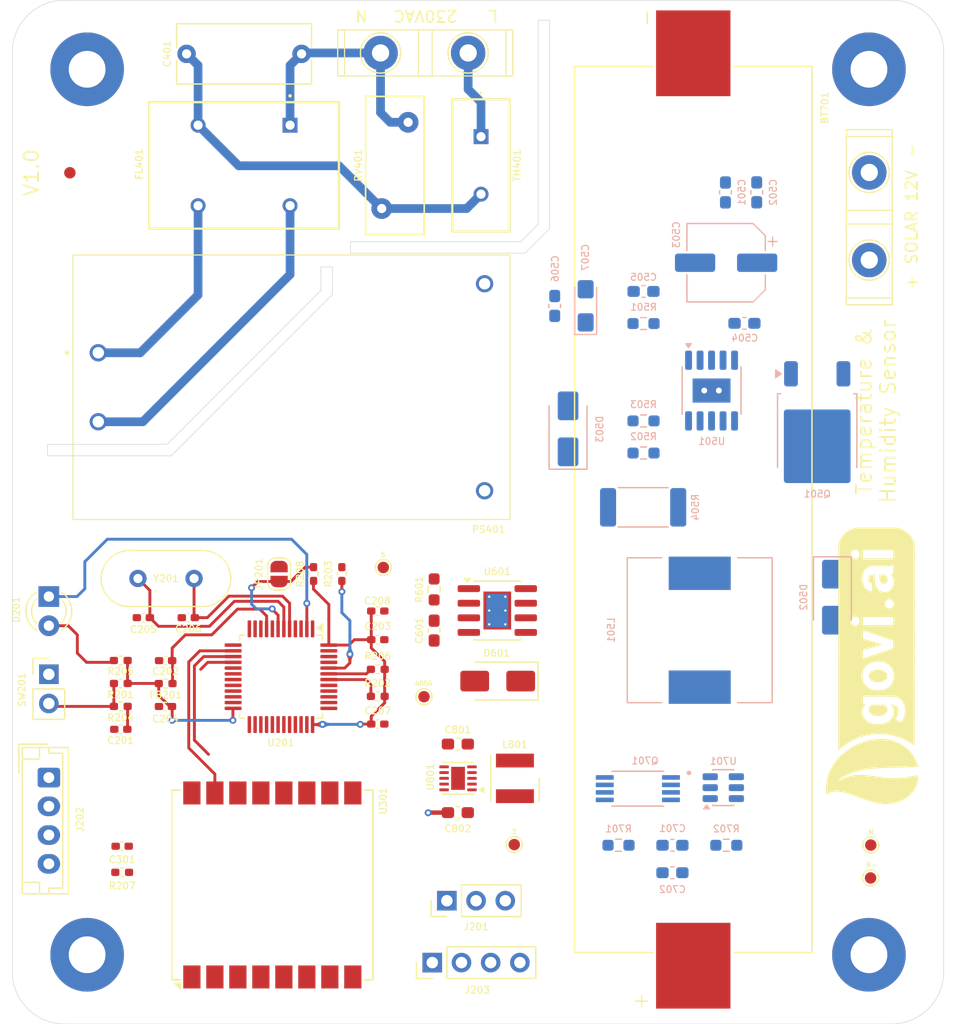
<source format=kicad_pcb>
(kicad_pcb (version 20241229) (generator "pcbnew") (generator_version "9.0")
  (layers (0 "F.Cu" signal) (2 "B.Cu" signal) (13 "F.Paste" user) (15 "B.Paste" user) (5 "F.SilkS" user "F.Silkscreen") (7 "B.SilkS" user "B.Silkscreen") (1 "F.Mask" user) (3 "B.Mask" user) (25 "Edge.Cuts" user))
  (net 0 "")
  (net 1 "/MCU/PAIR_BTN")
  (net 2 "GND")
  (net 3 "+3.3VA")
  (net 4 "+3V3")
  (net 5 "/MCU/OSC_OUT")
  (net 6 "/MCU/OSC_IN")
  (net 7 "Net-(J401-Pin_1)")
  (net 8 "Net-(C401-Pad1)")
  (net 9 "+5V")
  (net 10 "+12V")
  (net 11 "Net-(U501-VG)")
  (net 12 "Net-(C505-Pad1)")
  (net 13 "Net-(D503-A)")
  (net 14 "Net-(BT701--)")
  (net 15 "Net-(U701-VCC)")
  (net 16 "/3.3v_BuckBoost/IN+")
  (net 17 "Net-(D201-A)")
  (net 18 "/MCU/LED")
  (net 19 "Net-(D502-K)")
  (net 20 "Net-(D601-A)")
  (net 21 "Net-(PS401-AC{slash}N)")
  (net 22 "Net-(PS401-AC{slash}L)")
  (net 23 "/MCU/I2C1_SDA")
  (net 24 "/MCU/I2C1_SCL")
  (net 25 "/MCU/SWDIO")
  (net 26 "/MCU/SWCLK")
  (net 27 "Net-(J401-Pin_2)")
  (net 28 "/MCU/RESET")
  (net 29 "Net-(U501-CSP)")
  (net 30 "Net-(U801-L2)")
  (net 31 "Net-(U801-L1)")
  (net 32 "Net-(U701-OD)")
  (net 35 "Net-(U701-OC)")
  (net 36 "Net-(R201-Pad2)")
  (net 37 "/MCU/BOOT0")
  (net 38 "/MCU/LoRa_INT")
  (net 39 "Net-(U501-COM)")
  (net 40 "Net-(U501-MPPT)")
  (net 41 "Net-(U601-PROG)")
  (net 42 "Net-(U701-CS)")
  (net 50 "unconnected-(U201-PA2-Pad12)")
  (net 54 "/MCU/USART1_RX")
  (net 55 "/LoRa_Module_Ra-02/LoRa-SCK")
  (net 58 "/LoRa_Module_Ra-02/LoRa-NSS")
  (net 61 "/LoRa_Module_Ra-02/LoRa-MOSI")
  (net 66 "/LoRa_Module_Ra-02/LoRa-RESET")
  (net 68 "/LoRa_Module_Ra-02/LoRa-MISO")
  (net 70 "/MCU/USART1_TX")
  (net 78 "Net-(Q501-G)")
  (footprint "Resistor_SMD:R_0402_1005Metric_Pad0.72x0.64mm_HandSolder" (layer "F.Cu") (at 168.9975 101.774444)
    (property "Reference" "FB201")
    (property "Value" "FerriteBead")
  )
  (footprint "Resistor_SMD:R_0402_1005Metric_Pad0.72x0.64mm_HandSolder" (layer "F.Cu") (at 187.45 102.89 180)
    (property "Reference" "R202")
    (property "Value" "10K")
  )
  (footprint "Capacitor_SMD:C_0402_1005Metric_Pad0.74x0.62mm_HandSolder" (layer "F.Cu") (at 170.97 96.045 180)
    (property "Reference" "C206")
    (property "Value" "22pF")
  )
  (footprint "TestPoint:TestPoint_Pad_D1.0mm" (layer "F.Cu") (at 199.32 115.78)
    (property "Reference" "TP801" (hide yes))
    (property "Value" "3.3V")
  )
  (footprint "Capacitor_SMD:C_0402_1005Metric_Pad0.74x0.62mm_HandSolder" (layer "F.Cu") (at 187.45 95.47)
    (property "Reference" "C208")
    (property "Value" "1uF")
  )
  (footprint "Capacitor_SMD:C_0402_1005Metric_Pad0.74x0.62mm_HandSolder" (layer "F.Cu") (at 165.22 115.92 180)
    (property "Reference" "C301")
    (property "Value" "0.1uF")
  )
  (footprint "govi_v3_SHT41_sensor_kicad:HLK5M05" (layer "F.Cu") (at 163.14 73.01)
    (property "Reference" "PS401")
    (property "Value" "HLK-5M05" (hide yes))
  )
  (footprint "MountingHole:MountingHole_3.2mm_M3_Pad_TopBottom" (layer "F.Cu") (at 162.17 125.36)
    (property "Reference" "H103" (hide yes))
    (property "Value" "MountingHole_Pad")
  )
  (footprint "LED_THT:LED_D3.0mm" (layer "F.Cu") (at 158.84 94.21 -90)
    (property "Reference" "D201")
    (property "Value" "LED")
  )
  (footprint "Resistor_SMD:R_0402_1005Metric_Pad0.72x0.64mm_HandSolder" (layer "F.Cu") (at 165.095 99.771111)
    (property "Reference" "R205")
    (property "Value" "1K")
  )
  (footprint "Crystal:Crystal_HC49-4H_Vertical" (layer "F.Cu") (at 166.59 92.64)
    (property "Reference" "Y201")
    (property "Value" "8 MHz")
  )
  (footprint "govi_v3_SHT41_sensor_kicad:govi-ai-logo-front" (layer "F.Cu") (at 230.92 100.23 90)
    (property "Reference" "G***" (hide yes))
    (property "Value" "LOGO" (hide yes))
  )
  (footprint "govi_v3_SHT41_sensor_kicad:BAT_1042P" (layer "F.Cu") (at 214.89 86.64 -90)
    (property "Reference" "BT701")
    (property "Value" "Battery_Cell")
  )
  (footprint "govi_v3_SHT41_sensor_kicad:B82730U3451A020-ferrite-core-inductor" (layer "F.Cu") (at 179.82 53.22 180)
    (property "Reference" "FL401")
    (property "Value" "10mH" (hide yes))
  )
  (footprint "Capacitor_SMD:C_0603_1608Metric_Pad1.08x0.95mm_HandSolder" (layer "F.Cu") (at 194.415 107.0375 180)
    (property "Reference" "C801")
    (property "Value" "4.7uF")
  )
  (footprint "Resistor_SMD:R_0402_1005Metric_Pad0.72x0.64mm_HandSolder" (layer "F.Cu") (at 184.325 92.2525 90)
    (property "Reference" "R203")
    (property "Value" "10K")
  )
  (footprint "TestPoint:TestPoint_Pad_D1.0mm" (layer "F.Cu") (at 187.93 91.68)
    (property "Reference" "TP401" (hide yes))
    (property "Value" "5V")
  )
  (footprint "Resistor_SMD:R_0402_1005Metric_Pad0.72x0.64mm_HandSolder" (layer "F.Cu") (at 165.0975 101.765555 180)
    (property "Reference" "R201")
    (property "Value" "10K")
  )
  (footprint "Resistor_SMD:R_0603_1608Metric_Pad0.98x0.95mm_HandSolder" (layer "F.Cu") (at 192.35 93.59 -90)
    (property "Reference" "R601")
    (property "Value" "1.2K")
  )
  (footprint "govi_v3_SHT41_sensor_kicad:P=7.62mm Barrier Terminal Blocks azend" (layer "F.Cu") (at 230.21 61.17 90)
    (property "Reference" "J501" (hide yes))
    (property "Value" "7.62mm 2-Pin Screw Terminal")
  )
  (footprint "Fiducial:Fiducial_1mm_Mask3mm" (layer "F.Cu") (at 160.67 57.36)
    (property "Reference" "FID101" (hide yes))
    (property "Value" "Fiducial")
  )
  (footprint "Package_SON:WSON-10-1EP_2.5x2.5mm_P0.5mm_EP1.2x2mm" (layer "F.Cu") (at 194.43 110.0175 180)
    (property "Reference" "U801")
    (property "Value" "TPS63031DSK")
  )
  (footprint "Capacitor_SMD:C_0402_1005Metric_Pad0.74x0.62mm_HandSolder" (layer "F.Cu") (at 187.45 97.96)
    (property "Reference" "C203")
    (property "Value" "0.1uF")
  )
  (footprint "MountingHole:MountingHole_3.2mm_M3_Pad_TopBottom" (layer "F.Cu") (at 162.17 48.36)
    (property "Reference" "H101" (hide yes))
    (property "Value" "MountingHole_Pad")
  )
  (footprint "Package_SO:SOIC-8-1EP_3.9x4.9mm_P1.27mm_EP2.41x3.3mm_ThermalVias" (layer "F.Cu") (at 197.845 95.425)
    (property "Reference" "U601")
    (property "Value" "TP4056-42-ESOP8-AMS")
  )
  (footprint "Inductor_SMD_Wurth:L_Wurth_WE-LQSH-4020" (layer "F.Cu") (at 199.38 110.02 -90)
    (property "Reference" "L801")
    (property "Value" "1.5uH")
  )
  (footprint "MountingHole:MountingHole_3.2mm_M3_Pad_TopBottom" (layer "F.Cu") (at 230.17 125.36)
    (property "Reference" "H104" (hide yes))
    (property "Value" "MountingHole_Pad")
  )
  (footprint "Resistor_SMD:R_0402_1005Metric_Pad0.72x0.64mm_HandSolder" (layer "F.Cu") (at 187.45 100.54 180)
    (property "Reference" "R206")
    (property "Value" "10K")
  )
  (footprint "Capacitor_THT:C_Rect_L11.5mm_W5.0mm_P10.00mm_MKT" (layer "F.Cu") (at 170.82 47.02)
    (property "Reference" "C401")
    (property "Value" "0.1MFD/250VAC")
  )
  (footprint "RF_Module:Ai-Thinker-Ra-01-LoRa" (layer "F.Cu") (at 178.28 119.29 90)
    (property "Reference" "U301")
    (property "Value" "Ra-02")
  )
  (footprint "Resistor_SMD:R_0402_1005Metric_Pad0.72x0.64mm_HandSolder" (layer "F.Cu") (at 181.865 92.2525 90)
    (property "Reference" "R208")
    (property "Value" "10K")
  )
  (footprint "Resistor_SMD:R_0402_1005Metric_Pad0.72x0.64mm_HandSolder" (layer "F.Cu") (at 165.0975 103.76)
    (property "Reference" "R204")
    (property "Value" "10K")
  )
  (footprint "TestPoint:TestPoint_Pad_D1.0mm" (layer "F.Cu") (at 230.33 115.82)
    (property "Reference" "TP501" (hide yes))
    (property "Value" "MPPT")
  )
  (footprint "Varistor:RV_Disc_D12mm_W5.1mm_P7.5mm" (layer "F.Cu") (at 187.79 60.47 90)
    (property "Reference" "RV401")
    (property "Value" "Varistor")
  )
  (footprint "Capacitor_SMD:C_0402_1005Metric_Pad0.74x0.62mm_HandSolder" (layer "F.Cu") (at 165.0975 105.754444 180)
    (property "Reference" "C201")
    (property "Value" "0.1uF")
  )
  (footprint "Package_QFP:LQFP-48_7x7mm_P0.5mm" (layer "F.Cu") (at 179.03 101.18 -90)
    (property "Reference" "U201")
    (property "Value" "STM32F103C6Tx")
  )
  (footprint "TestPoint:TestPoint_Pad_D1.0mm" (layer "F.Cu") (at 230.31 118.68)
    (property "Reference" "TP701" (hide yes))
    (property "Value" "BAT-")
  )
  (footprint "govi_v3_SHT41_sensor_kicad:B57236S0250M000-Thermister" (layer "F.Cu") (at 196.43 54.22 -90)
    (property "Reference" "TH401")
    (property "Value" "Thermistor" (hide yes))
  )
  (footprint "Capacitor_SMD:C_0603_1608Metric_Pad1.08x0.95mm_HandSolder" (layer "F.Cu") (at 192.35 97.17 90)
    (property "Reference" "C601")
    (property "Value" "10uF")
  )
  (footprint "Connector_JST:JST_EH_B4B-EH-A_1x04_P2.50mm_Vertical" (layer "F.Cu") (at 158.84 109.95 -90)
    (property "Reference" "J202")
    (property "Value" "2.54mm 4-Pin JST")
  )
  (footprint "Capacitor_SMD:C_0603_1608Metric_Pad1.08x0.95mm_HandSolder" (layer "F.Cu") (at 194.415 112.9975)
    (property "Reference" "C802")
    (property "Value" "10uF")
  )
  (footprint "Jumper:SolderJumper-2_P1.3mm_Open_RoundedPad1.0x1.5mm" (layer "F.Cu") (at 178.865 92.2525 90)
    (property "Reference" "JP201")
    (property "Value" "SolderJumper_2_Open")
  )
  (footprint "Connector_PinHeader_2.54mm:PinHeader_1x02_P2.54mm_Vertical" (layer "F.Cu") (at 158.84 100.97)
    (property "Reference" "SW201")
    (property "Value" "SW_Push")
  )
  (footprint "Capacitor_SMD:C_0402_1005Metric_Pad0.74x0.62mm_HandSolder" (layer "F.Cu") (at 167.06 96.045 180)
    (property "Reference" "C205")
    (property "Value" "22pF")
  )
  (footprint "Connector_PinHeader_2.54mm:PinHeader_1x03_P2.54mm_Vertical" (layer "F.Cu") (at 193.46 120.66 90)
    (property "Reference" "J201")
    (property "Value" "Conn_01x03")
  )
  (footprint "Connector_PinHeader_2.54mm:PinHeader_1x04_P2.54mm_Vertical" (layer "F.Cu") (at 192.19 126.04 90)
    (property "Reference" "J203")
    (property "Value" "Conn_01x04")
  )
  (footprint "Capacitor_SMD:C_0402_1005Metric_Pad0.74x0.62mm_HandSolder" (layer "F.Cu") (at 187.45 105.3)
    (property "Reference" "C207")
    (property "Value" "0.1uF")
  )
  (footprint "MountingHole:MountingHole_3.2mm_M3_Pad_TopBottom" (layer "F.Cu") (at 230.17 48.36)
    (property "Reference" "H102" (hide yes))
    (property "Value" "MountingHole_Pad")
  )
  (footprint "Diode_SMD:D_SMA" (layer "F.Cu") (at 197.88 101.56 180)
    (property "Reference" "D601")
    (property "Value" "SS54")
  )
  (footprint "Capacitor_SMD:C_0402_1005Metric_Pad0.74x0.62mm_HandSolder" (layer "F.Cu") (at 168.9825 103.768889 180)
    (property "Reference" "C204")
    (property "Value" "0.1uF")
  )
  (footprint "Resistor_SMD:R_0402_1005Metric_Pad0.72x0.64mm_HandSolder" (layer "F.Cu") (at 165.22 118.19 180)
    (property "Reference" "R207")
    (property "Value" "10K")
  )
  (footprint "govi_v3_SHT41_sensor_kicad:P=7.62mm Barrier Terminal Blocks azend" (layer "F.Cu") (at 191.59 46.94 180)
    (property "Reference" "J401" (hide yes))
    (property "Value" "7.62mm 2-Pin Screw Terminal")
  )
  (footprint "Capacitor_SMD:C_0402_1005Metric_Pad0.74x0.62mm_HandSolder" (layer "F.Cu") (at 168.9975 99.78 180)
    (property "Reference" "C202")
    (property "Value" "0.1uF")
  )
  (footprint "TestPoint:TestPoint_Pad_D1.0mm" (layer "F.Cu") (at 191.47 102.92)
    (property "Reference" "TP601" (hide yes))
    (property "Value" "4056")
  )
  (footprint "Capacitor_SMD:C_0603_1608Metric_Pad1.08x0.95mm_HandSolder" (layer "B.Cu") (at 210.5625 67.67675)
    (property "Reference" "C505")
    (property "Value" "0.22µF")
  )
  (footprint "Capacitor_SMD:C_0603_1608Metric_Pad1.08x0.95mm_HandSolder" (layer "B.Cu") (at 220.40925 59.06075 90)
    (property "Reference" "C502")
    (property "Value" "47nF")
  )
  (footprint "Capacitor_SMD:CP_Elec_6.3x7.7" (layer "B.Cu") (at 217.74675 65.1825 180)
    (property "Reference" "C503")
    (property "Value" "220uF 35V")
  )
  (footprint "Capacitor_Tantalum_SMD:CP_EIA-3216-18_Kemet-A_HandSolder" (layer "B.Cu") (at 205.53 68.92925 90)
    (property "Reference" "C507")
    (property "Value" "10uF 20V")
  )
  (footprint "Resistor_SMD:R_0603_1608Metric_Pad0.98x0.95mm_HandSolder" (layer "B.Cu") (at 210.5625 81.72925 180)
    (property "Reference" "R502")
    (property "Value" "133K")
  )
  (footprint "Package_TO_SOT_SMD:SOT-23-6" (layer "B.Cu") (at 217.5 110.8275)
    (property "Reference" "U701")
    (property "Value" "DW01A")
  )
  (footprint "Resistor_SMD:R_0603_1608Metric_Pad0.98x0.95mm_HandSolder" (layer "B.Cu") (at 210.5625 70.46925 180)
    (property "Reference" "R501")
    (property "Value" "120R")
  )
  (footprint "Capacitor_SMD:C_0603_1608Metric_Pad1.08x0.95mm_HandSolder" (layer "B.Cu") (at 219.3425 70.44925 180)
    (property "Reference" "C504")
    (property "Value" "0.1uF")
  )
  (footprint "Package_TO_SOT_SMD:TO-252-2" (layer "B.Cu") (at 225.66925 79.8825 -90)
    (property "Reference" "Q501")
    (property "Value" "Q_PMOS_Depletion")
  )
  (footprint "Diode_SMD:D_SMA" (layer "B.Cu") (at 226.99 94.26425 -90)
    (property "Reference" "D502")
    (property "Value" "SS54")
  )
  (footprint "Resistor_SMD:R_0603_1608Metric_Pad0.98x0.95mm_HandSolder" (layer "B.Cu") (at 217.7675 115.835 180)
    (property "Reference" "R702")
    (property "Value" "100R")
  )
  (footprint "Diode_SMD:D_SMA" (layer "B.Cu") (at 204 79.62675 90)
    (property "Reference" "D503")
    (property "Value" "SS54")
  )
  (footprint "Resistor_SMD:R_0603_1608Metric_Pad0.98x0.95mm_HandSolder" (layer "B.Cu") (at 208.3875 115.835 180)
    (property "Reference" "R701")
    (property "Value" "1K")
  )
  (footprint "Capacitor_SMD:C_0603_1608Metric_Pad1.08x0.95mm_HandSolder" (layer "B.Cu") (at 217.68925 59.06825 90)
    (property "Reference" "C501")
    (property "Value" "10uF")
  )
  (footprint "Capacitor_SMD:C_0603_1608Metric_Pad1.08x0.95mm_HandSolder" (layer "B.Cu") (at 202.84 68.93925 90)
    (property "Reference" "C506")
    (property "Value" "10uF")
  )
  (footprint "Package_SO:SSOP-10-1EP_3.9x4.9mm_P1mm_EP2.1x3.3mm_ThermalVias" (layer "B.Cu") (at 216.48 76.2975 -90)
    (property "Reference" "U501")
    (property "Value" "CN3791")
  )
  (footprint "Capacitor_SMD:C_0603_1608Metric_Pad1.08x0.95mm_HandSolder" (layer "B.Cu") (at 213.0775 118.225 180)
    (property "Reference" "C702")
    (property "Value" "10uF")
  )
  (footprint "Resistor_SMD:R_0603_1608Metric_Pad0.98x0.95mm_HandSolder" (layer "B.Cu") (at 210.5625 78.93675 180)
    (property "Reference" "R503")
    (property "Value" "10K")
  )
  (footprint "Inductor_SMD:L_12x12mm_H4.5mm" (layer "B.Cu") (at 215.45 97.13925 90)
    (property "Reference" "L501")
    (property "Value" "82µH 12x12mm")
  )
  (footprint "Capacitor_SMD:C_0603_1608Metric_Pad1.08x0.95mm_HandSolder" (layer "B.Cu") (at 213.0775 115.835 180)
    (property "Reference" "C701")
    (property "Value" "0.1uF")
  )
  (footprint "govi_v3_SHT41_sensor_kicad:SOP65P640X120-8N" (layer "B.Cu") (at 210.07 110.915 180)
    (property "Reference" "Q701")
    (property "Value" "FS8205A")
  )
  (footprint "Resistor_SMD:R_2512_6332Metric_Pad1.40x3.35mm_HandSolder" (layer "B.Cu") (at 210.53 86.44925 180)
    (property "Reference" "R504")
    (property "Value" "R040 40mΩ")
  )
  (gr_line (start 185.075 64.35) (end 200.25 64.35) (stroke (width 0.05)) (layer "Edge.Cuts"))
  (gr_line (start 160.17 42.36) (end 232.17 42.36) (stroke (width 0.05)) (layer "Edge.Cuts"))
  (gr_line (start 202.4 44.1) (end 202.4 62.2) (stroke (width 0.05)) (layer "Edge.Cuts"))
  (gr_arc (start 236.67 126.86) (mid 235.351981 130.041981) (end 232.17 131.36) (stroke (width 0.05)) (layer "Edge.Cuts"))
  (gr_line (start 182.5 67.6) (end 182.5 65.55) (stroke (width 0.05)) (layer "Edge.Cuts"))
  (gr_line (start 201.4 61.85) (end 201.4 44.1) (stroke (width 0.05)) (layer "Edge.Cuts"))
  (gr_line (start 185.075 64.35) (end 185.075 63.35) (stroke (width 0.05)) (layer "Edge.Cuts"))
  (gr_line (start 158.725 80.975) (end 169.125 80.975) (stroke (width 0.05)) (layer "Edge.Cuts"))
  (gr_line (start 169.475 81.975) (end 183.500302 67.949698) (stroke (width 0.05)) (layer "Edge.Cuts"))
  (gr_line (start 155.67 126.86) (end 155.67 46.86) (stroke (width 0.05)) (layer "Edge.Cuts"))
  (gr_line (start 169.125 80.975) (end 182.5 67.6) (stroke (width 0.05)) (layer "Edge.Cuts"))
  (gr_line (start 201.4 44.1) (end 202.4 44.1) (stroke (width 0.05)) (layer "Edge.Cuts"))
  (gr_arc (start 160.17 131.36) (mid 156.988019 130.041981) (end 155.67 126.86) (stroke (width 0.05)) (layer "Edge.Cuts"))
  (gr_arc (start 232.17 42.36) (mid 235.351981 43.678019) (end 236.67 46.86) (stroke (width 0.05)) (layer "Edge.Cuts"))
  (gr_line (start 185.075 63.35) (end 199.9 63.35) (stroke (width 0.05)) (layer "Edge.Cuts"))
  (gr_line (start 199.900036 63.349964) (end 201.399837 61.850163) (stroke (width 0.05)) (layer "Edge.Cuts"))
  (gr_line (start 182.5 65.55) (end 183.5 65.55) (stroke (width 0.05)) (layer "Edge.Cuts"))
  (gr_line (start 232.17 131.36) (end 160.17 131.36) (stroke (width 0.05)) (layer "Edge.Cuts"))
  (gr_line (start 236.67 46.86) (end 236.67 126.86) (stroke (width 0.05)) (layer "Edge.Cuts"))
  (gr_line (start 183.5 67.95) (end 183.5 65.55) (stroke (width 0.05)) (layer "Edge.Cuts"))
  (gr_arc (start 155.67 46.86) (mid 156.988019 43.678019) (end 160.17 42.36) (stroke (width 0.05)) (layer "Edge.Cuts"))
  (gr_line (start 200.25 64.35) (end 202.396931 62.203069) (stroke (width 0.05)) (layer "Edge.Cuts"))
  (gr_line (start 158.725 81.975) (end 169.475 81.975) (stroke (width 0.05)) (layer "Edge.Cuts"))
  (gr_line (start 158.725 81.975) (end 158.725 80.975) (stroke (width 0.05)) (layer "Edge.Cuts"))
  (gr_text "V1.0" (at 157.32 57.34 90) (layer "F.SilkS") (effects (font (size 1.27 1.27))))
  (gr_text "-" (at 234.47 55.45 90) (layer "F.SilkS") (effects (font (size 1 1)) (justify bottom)))
  (gr_text "SOLAR 12V\n" (at 234.47 61.220001 90) (layer "F.SilkS") (effects (font (size 1 1)) (justify bottom)))
  (gr_text "Temperature &\nHumidity Sensor\n" (at 232.59 78.11 90) (layer "F.SilkS") (effects (font (size 1.3 1.3)) (justify bottom)))
  (gr_text "4056" (at 190.628096 102 0) (layer "F.SilkS") (effects (font (size 0.4 0.4) (thickness 0.08) (bold yes)) (justify left bottom)))
  (gr_text "M" (at 230.07 114.93 0) (layer "F.SilkS") (effects (font (size 0.4 0.4) (thickness 0.08) (bold yes)) (justify left bottom)))
  (gr_text "+" (at 234.47 66.88 90) (layer "F.SilkS") (effects (font (size 1 1)) (justify bottom)))
  (gr_text "L" (at 197.5 43.13 180) (layer "F.SilkS") (effects (font (size 1 1)) (justify bottom)))
  (gr_text "3" (at 199.049524 114.9 0) (layer "F.SilkS") (effects (font (size 0.4 0.4) (thickness 0.08) (bold yes)) (justify left bottom)))
  (gr_text "5" (at 187.659524 90.8 0) (layer "F.SilkS") (effects (font (size 0.4 0.4) (thickness 0.08) (bold yes)) (justify left bottom)))
  (gr_text "B-\n" (at 229.88 117.77 0) (layer "F.SilkS") (effects (font (size 0.4 0.4) (thickness 0.08) (bold yes)) (justify left bottom)))
  (gr_text "N" (at 186.02 43.13 180) (layer "F.SilkS") (effects (font (size 1 1)) (justify bottom)))
  (gr_text "230VAC" (at 191.59 43.13 180) (layer "F.SilkS") (effects (font (size 1 1)) (justify bottom)))
  (segment (start 165.69 105.883333) (end 165.66 105.913333) (width 0.25) (layer "F.Cu") (net 1))
  (segment (start 165.69 103.76) (end 165.69 105.883333) (width 0.25) (layer "F.Cu") (net 1))
  (segment (start 178.9175 91.655) (end 178.865 91.6025) (width 0.25) (layer "F.Cu") (net 2))
  (segment (start 177.78 95.9) (end 177.18 95.3) (width 0.25) (layer "F.Cu") (net 3))
  (segment (start 173.01 97.54) (end 170.72 97.54) (width 0.25) (layer "F.Cu") (net 3))
  (segment (start 169.595 99.67889) (end 169.565 99.64889) (width 0.25) (layer "F.Cu") (net 3))
  (segment (start 169.595 101.802223) (end 169.595 99.67889) (width 0.25) (layer "F.Cu") (net 3))
  (segment (start 170.72 97.54) (end 169.565 98.695) (width 0.25) (layer "F.Cu") (net 3))
  (segment (start 177.78 97.0175) (end 177.78 95.9) (width 0.25) (layer "F.Cu") (net 3))
  (segment (start 177.18 95.3) (end 175.25 95.3) (width 0.25) (layer "F.Cu") (net 3))
  (segment (start 169.565 98.695) (end 169.565 99.78) (width 0.25) (layer "F.Cu") (net 3))
  (segment (start 175.25 95.3) (end 173.01 97.54) (width 0.25) (layer "F.Cu") (net 3))
  (segment (start 188.0475 103.4525) (end 186.8825 104.6175) (width 0.25) (layer "F.Cu") (net 4))
  (segment (start 165.848889 101.765555) (end 165.69 101.606666) (width 0.25) (layer "F.Cu") (net 4))
  (segment (start 174.85 104.975) (end 174.85 103.93) (width 0.25) (layer "F.Cu") (net 4))
  (segment (start 169.5675 104.968889) (end 169.5675 103.793889) (width 0.25) (layer "F.Cu") (net 4))
  (segment (start 188.0475 100.54) (end 188.0475 102.89) (width 0.25) (layer "F.Cu") (net 4))
  (segment (start 174.85 103.9475) (end 174.8675 103.93) (width 0.25) (layer "F.Cu") (net 4))
  (segment (start 193.5525 112.9975) (end 191.8425 112.9975) (width 0.38) (layer "F.Cu") (net 4))
  (segment (start 186.8825 98.6825) (end 188.0475 99.8475) (width 0.25) (layer "F.Cu") (net 4))
  (segment (start 185.95 105.3) (end 185.925 105.325) (width 0.25) (layer "F.Cu") (net 4))
  (segment (start 165.6875 99.93) (end 165.6875 101.604166) (width 0.25) (layer "F.Cu") (net 4))
  (segment (start 183.1925 98.43) (end 184.945 98.43) (width 0.25) (layer "F.Cu") (net 4))
  (segment (start 188.0475 102.89) (end 188.0475 103.4525) (width 0.25) (layer "F.Cu") (net 4))
  (segment (start 182.6325 105.3425) (end 182.65 105.325) (width 0.25) (layer "F.Cu") (net 4))
  (segment (start 168.4 101.774444) (end 168.384445 101.789999) (width 0.25) (layer "F.Cu") (net 4))
  (segment (start 181.865 92.85) (end 181.855 92.86) (width 0.25) (layer "F.Cu") (net 4))
  (segment (start 185.415 97.96) (end 186.8825 97.96) (width 0.25) (layer "F.Cu") (net 4))
  (segment (start 181.78 105.3425) (end 182.6325 105.3425) (width 0.25) (layer "F.Cu") (net 4))
  (segment (start 186.8825 104.6175) (end 186.8825 105.3) (width 0.25) (layer "F.Cu") (net 4))
  (segment (start 186.8825 97.96) (end 186.8825 95.47) (width 0.25) (layer "F.Cu") (net 4))
  (segment (start 184.945 98.43) (end 185.415 97.96) (width 0.25) (layer "F.Cu") (net 4))
  (segment (start 191.8425 112.9975) (end 191.83 113.01) (width 0.38) (layer "F.Cu") (net 4))
  (segment (start 181.8225 105.3) (end 181.78 105.3425) (width 0.25) (layer "F.Cu") (net 4))
  (segment (start 181.855 93.5625) (end 183.1925 94.9) (width 0.25) (layer "F.Cu") (net 4))
  (segment (start 168.386945 101.765555) (end 165.848889 101.765555) (width 0.25) (layer "F.Cu") (net 4))
  (segment (start 168.3975 102.799723) (end 168.3975 101.788889) (width 0.25) (layer "F.Cu") (net 4))
  (segment (start 183.1925 96.1925) (end 183.1925 98.43) (width 0.25) (layer "F.Cu") (net 4))
  (segment (start 168.4 101.615555) (end 168.241111 101.774444) (width 0.25) (layer "F.Cu") (net 4))
  (segment (start 188.0475 99.8475) (end 188.0475 100.54) (width 0.25) (layer "F.Cu") (net 4))
  (segment (start 169.565 103.967223) (end 168.3975 102.799723) (width 0.25) (layer "F.Cu") (net 4))
  (segment (start 186.8825 105.3) (end 185.95 105.3) (width 0.25) (layer "F.Cu") (net 4))
  (segment (start 186.8825 97.96) (end 186.8825 98.6825) (width 0.25) (layer "F.Cu") (net 4))
  (segment (start 174.85 103.93) (end 174.85 103.9475) (width 0.25) (layer "F.Cu") (net 4))
  (segment (start 183.1925 94.9) (end 183.1925 96.1925) (width 0.25) (layer "F.Cu") (net 4))
  (segment (start 181.855 92.86) (end 181.855 93.5625) (width 0.25) (layer "F.Cu") (net 4))
  (via (at 191.83 113.01) (size 0.6) (drill 0.3) (layers "F.Cu" "B.Cu") (net 4))
  (via (at 174.85 104.975) (size 0.6) (drill 0.3) (layers "F.Cu" "B.Cu") (net 4))
  (via (at 169.5675 104.968889) (size 0.6) (drill 0.3) (layers "F.Cu" "B.Cu") (net 4))
  (via (at 182.65 105.325) (size 0.6) (drill 0.3) (layers "F.Cu" "B.Cu") (net 4))
  (via (at 185.925 105.325) (size 0.6) (drill 0.3) (layers "F.Cu" "B.Cu") (net 4))
  (segment (start 169.573611 104.975) (end 174.85 104.975) (width 0.25) (layer "B.Cu") (net 4))
  (segment (start 169.5675 104.968889) (end 169.573611 104.975) (width 0.25) (layer "B.Cu") (net 4))
  (segment (start 169.5675 104.968889) (end 169.5825 104.983889) (width 0.25) (layer "B.Cu") (net 4))
  (segment (start 185.925 105.325) (end 182.65 105.325) (width 0.25) (layer "B.Cu") (net 4))
  (segment (start 178.776 94.626) (end 174.974 94.626) (width 0.25) (layer "F.Cu") (net 5))
  (segment (start 179.28 95.13) (end 178.776 94.626) (width 0.25) (layer "F.Cu") (net 5))
  (segment (start 179.28 97.0175) (end 179.28 95.13) (width 0.25) (layer "F.Cu") (net 5))
  (segment (start 174.974 94.626) (end 172.8025 96.7975) (width 0.25) (layer "F.Cu") (net 5))
  (segment (start 168.38 96.7975) (end 167.6275 96.045) (width 0.25) (layer "F.Cu") (net 5))
  (segment (start 167.6275 93.6775) (end 167.6275 96.045) (width 0.25) (layer "F.Cu") (net 5))
  (segment (start 172.8025 96.7975) (end 168.38 96.7975) (width 0.25) (layer "F.Cu") (net 5))
  (segment (start 166.59 92.64) (end 167.6275 93.6775) (width 0.25) (layer "F.Cu") (net 5))
  (segment (start 171.5375 96.045) (end 172.625 96.045) (width 0.25) (layer "F.Cu") (net 6))
  (segment (start 171.47 95.9775) (end 171.5375 96.045) (width 0.25) (layer "F.Cu") (net 6))
  (segment (start 179.78 94.79) (end 179.78 97.0175) (width 0.25) (layer "F.Cu") (net 6))
  (segment (start 179.165 94.175) (end 179.78 94.79) (width 0.25) (layer "F.Cu") (net 6))
  (segment (start 172.625 96.045) (end 174.495 94.175) (width 0.25) (layer "F.Cu") (net 6))
  (segment (start 171.47 92.64) (end 171.47 95.9775) (width 0.25) (layer "F.Cu") (net 6))
  (segment (start 174.495 94.175) (end 179.165 94.175) (width 0.25) (layer "F.Cu") (net 6))
  (segment (start 188.5298 52.97) (end 187.69 52.1302) (width 0.76) (layer "B.Cu") (net 7))
  (segment (start 190.09 52.97) (end 188.5298 52.97) (width 0.76) (layer "B.Cu") (net 7))
  (segment (start 180.9 46.94) (end 180.82 47.02) (width 0.76) (layer "B.Cu") (net 7))
  (segment (start 179.82 48.02) (end 180.82 47.02) (width 0.76) (layer "B.Cu") (net 7))
  (segment (start 179.82 53.22) (end 179.82 48.02) (width 0.76) (layer "B.Cu") (net 7))
  (segment (start 187.69 46.94) (end 180.9 46.94) (width 0.76) (layer "B.Cu") (net 7))
  (segment (start 187.69 52.1302) (end 187.69 46.94) (width 0.76) (layer "B.Cu") (net 7))
  (segment (start 175.35 56.75) (end 171.82 53.22) (width 0.76) (layer "B.Cu") (net 8))
  (segment (start 187.79 60.47) (end 184.07 56.75) (width 0.76) (layer "B.Cu") (net 8))
  (segment (start 196.43 59.22) (end 195.18 60.47) (width 0.76) (layer "B.Cu") (net 8))
  (segment (start 184.07 56.75) (end 175.35 56.75) (width 0.76) (layer "B.Cu") (net 8))
  (segment (start 170.82 47.02) (end 171.82 48.02) (width 0.76) (layer "B.Cu") (net 8))
  (segment (start 195.18 60.47) (end 187.79 60.47) (width 0.76) (layer "B.Cu") (net 8))
  (segment (start 171.82 48.02) (end 171.82 53.22) (width 0.76) (layer "B.Cu") (net 8))
  (segment (start 161.32 99.13) (end 161.32 97.54) (width 0.25) (layer "F.Cu") (net 17))
  (segment (start 164.4925 99.93) (end 162.12 99.93) (width 0.25) (layer "F.Cu") (net 17))
  (segment (start 162.12 99.93) (end 161.32 99.13) (width 0.25) (layer "F.Cu") (net 17))
  (segment (start 160.53 96.75) (end 158.84 96.75) (width 0.25) (layer "F.Cu") (net 17))
  (segment (start 161.32 97.54) (end 160.53 96.75) (width 0.25) (layer "F.Cu") (net 17))
  (segment (start 181.28 94.8) (end 181.28 97.0175) (width 0.25) (layer "F.Cu") (net 18))
  (via (at 181.28 94.8) (size 0.6) (drill 0.3) (layers "F.Cu" "B.Cu") (net 18))
  (segment (start 161.97 91.18) (end 161.97 93.53) (width 0.25) (layer "B.Cu") (net 18))
  (segment (start 181.275 94.795) (end 181.275 90.55) (width 0.25) (layer "B.Cu") (net 18))
  (segment (start 181.28 94.8) (end 181.275 94.795) (width 0.25) (layer "B.Cu") (net 18))
  (segment (start 179.95 89.225) (end 163.925 89.225) (width 0.25) (layer "B.Cu") (net 18))
  (segment (start 161.97 93.53) (end 161.29 94.21) (width 0.25) (layer "B.Cu") (net 18))
  (segment (start 181.275 90.55) (end 179.95 89.225) (width 0.25) (layer "B.Cu") (net 18))
  (segment (start 161.29 94.21) (end 158.84 94.21) (width 0.25) (layer "B.Cu") (net 18))
  (segment (start 163.925 89.225) (end 161.97 91.18) (width 0.25) (layer "B.Cu") (net 18))
  (segment (start 179.82 60.22) (end 179.82 66.2044) (width 0.76) (layer "B.Cu") (net 21))
  (segment (start 179.82 66.2044) (end 167.0144 79.01) (width 0.76) (layer "B.Cu") (net 21))
  (segment (start 167.0144 79.01) (end 163.14 79.01) (width 0.76) (layer "B.Cu") (net 21))
  (segment (start 171.82 60.22) (end 171.82 67.9814) (width 0.76) (layer "B.Cu") (net 22))
  (segment (start 166.7914 73.01) (end 163.14 73.01) (width 0.76) (layer "B.Cu") (net 22))
  (segment (start 171.82 67.9814) (end 166.7914 73.01) (width 0.76) (layer "B.Cu") (net 22))
  (segment (start 186.4625 100.93) (end 183.1925 100.93) (width 0.25) (layer "F.Cu") (net 23))
  (segment (start 186.8525 100.54) (end 186.4625 100.93) (width 0.25) (layer "F.Cu") (net 23))
  (segment (start 186.405 101.43) (end 183.1925 101.43) (width 0.25) (layer "F.Cu") (net 24))
  (segment (start 186.8525 101.8775) (end 186.405 101.43) (width 0.25) (layer "F.Cu") (net 24))
  (segment (start 186.8525 102.89) (end 186.8525 101.8775) (width 0.25) (layer "F.Cu") (net 24))
  (segment (start 196.43 51.2182) (end 196.43 54.22) (width 0.76) (layer "B.Cu") (net 27))
  (segment (start 195.31 50.0982) (end 196.43 51.2182) (width 0.76) (layer "B.Cu") (net 27))
  (segment (start 195.31 46.94) (end 195.31 50.0982) (width 0.76) (layer "B.Cu") (net 27))
  (segment (start 178.27 95.32) (end 178.78 95.83) (width 0.25) (layer "F.Cu") (net 28))
  (segment (start 177.0225 92.9025) (end 178.865 92.9025) (width 0.25) (layer "F.Cu") (net 28))
  (segment (start 176.475 93.45) (end 177.0225 92.9025) (width 0.25) (layer "F.Cu") (net 28))
  (segment (start 181.865 91.655) (end 181.1375 91.655) (width 0.25) (layer "F.Cu") (net 28))
  (segment (start 178.27 95.28) (end 178.27 95.32) (width 0.25) (layer "F.Cu") (net 28))
  (segment (start 181.1375 91.655) (end 179.89 92.9025) (width 0.25) (layer "F.Cu") (net 28))
  (segment (start 179.89 92.9025) (end 178.865 92.9025) (width 0.25) (layer "F.Cu") (net 28))
  (segment (start 178.78 95.83) (end 178.78 97.0175) (width 0.25) (layer "F.Cu") (net 28))
  (via (at 178.27 95.28) (size 0.6) (drill 0.3) (layers "F.Cu" "B.Cu") (net 28))
  (via (at 176.475 93.45) (size 0.6) (drill 0.3) (layers "F.Cu" "B.Cu") (net 28))
  (segment (start 176.475 94.875) (end 176.475 93.45) (width 0.25) (layer "B.Cu") (net 28))
  (segment (start 176.88 95.28) (end 176.475 94.875) (width 0.25) (layer "B.Cu") (net 28))
  (segment (start 178.27 95.28) (end 176.88 95.28) (width 0.25) (layer "B.Cu") (net 28))
  (segment (start 159.093333 103.763333) (end 158.84 103.51) (width 0.25) (layer "F.Cu") (net 36))
  (segment (start 164.4925 103.763333) (end 159.093333 103.763333) (width 0.25) (layer "F.Cu") (net 36))
  (segment (start 164.495 101.606666) (end 164.495 103.76) (width 0.25) (layer "F.Cu") (net 36))
  (segment (start 185.025 99.225) (end 185.025 99.975) (width 0.25) (layer "F.Cu") (net 37))
  (segment (start 184.325 93.7825) (end 184.325 92.85) (width 0.25) (layer "F.Cu") (net 37))
  (segment (start 184.57 100.43) (end 183.1925 100.43) (width 0.25) (layer "F.Cu") (net 37))
  (segment (start 185.025 99.975) (end 184.57 100.43) (width 0.25) (layer "F.Cu") (net 37))
  (via (at 184.325 93.7825) (size 0.6) (drill 0.3) (layers "F.Cu" "B.Cu") (net 37))
  (via (at 185.025 99.225) (size 0.6) (drill 0.3) (layers "F.Cu" "B.Cu") (net 37))
  (segment (start 185.025 99.225) (end 185.025 97.6) (width 0.25) (layer "B.Cu") (net 37))
  (segment (start 185.025 97.7) (end 185.025 96.3075) (width 0.25) (layer "B.Cu") (net 37))
  (segment (start 185.025 96.3075) (end 184.325 95.6075) (width 0.25) (layer "B.Cu") (net 37))
  (segment (start 184.325 95.6075) (end 184.325 93.7825) (width 0.25) (layer "B.Cu") (net 37))
  (segment (start 176.31 96.5575) (end 176.32 96.5675) (width 0.2) (layer "F.Cu") (net 50))
  (segment (start 171.5 106.7) (end 172.73 107.93) (width 0.25) (layer "F.Cu") (net 55))
  (segment (start 172.31 99.43) (end 171.5 100.24) (width 0.25) (layer "F.Cu") (net 55))
  (segment (start 171.5 100.24) (end 171.5 106.7) (width 0.25) (layer "F.Cu") (net 55))
  (segment (start 174.8675 99.43) (end 172.31 99.43) (width 0.25) (layer "F.Cu") (net 55))
  (segment (start 174.8675 98.93) (end 171.97 98.93) (width 0.25) (layer "F.Cu") (net 58))
  (segment (start 171.01 99.89) (end 171.01 107.38) (width 0.25) (layer "F.Cu") (net 58))
  (segment (start 171.97 98.93) (end 171.01 99.89) (width 0.25) (layer "F.Cu") (net 58))
  (segment (start 171.01 107.38) (end 173.28 109.65) (width 0.25) (layer "F.Cu") (net 58))
  (segment (start 173.28 109.65) (end 173.28 111.29) (width 0.25) (layer "F.Cu") (net 58))
  (segment (start 172.66 99.93) (end 172.05 100.54) (width 0.25) (layer "F.Cu") (net 68))
  (segment (start 174.8675 99.93) (end 172.66 99.93) (width 0.25) (layer "F.Cu") (net 68))
)
</source>
